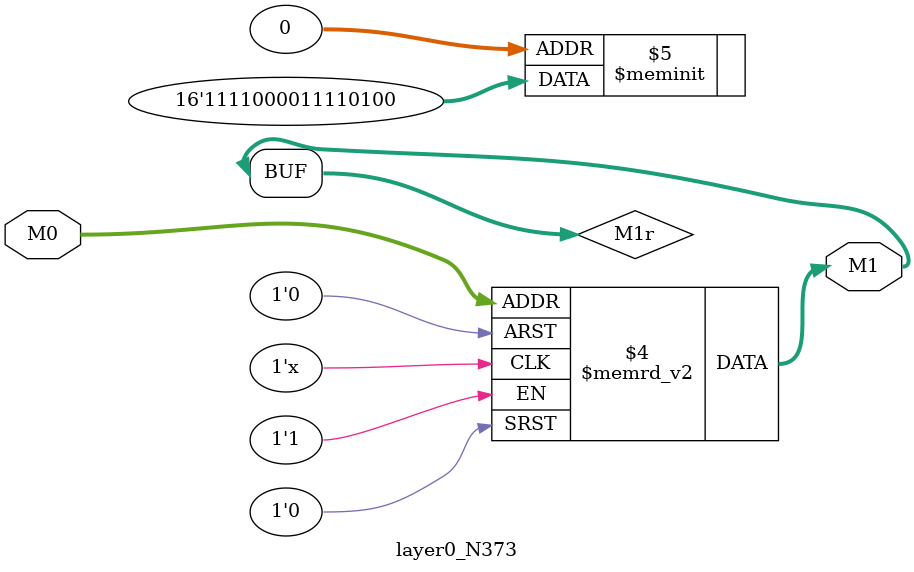
<source format=v>
module layer0_N373 ( input [2:0] M0, output [1:0] M1 );

	(*rom_style = "distributed" *) reg [1:0] M1r;
	assign M1 = M1r;
	always @ (M0) begin
		case (M0)
			3'b000: M1r = 2'b00;
			3'b100: M1r = 2'b00;
			3'b010: M1r = 2'b11;
			3'b110: M1r = 2'b11;
			3'b001: M1r = 2'b01;
			3'b101: M1r = 2'b00;
			3'b011: M1r = 2'b11;
			3'b111: M1r = 2'b11;

		endcase
	end
endmodule

</source>
